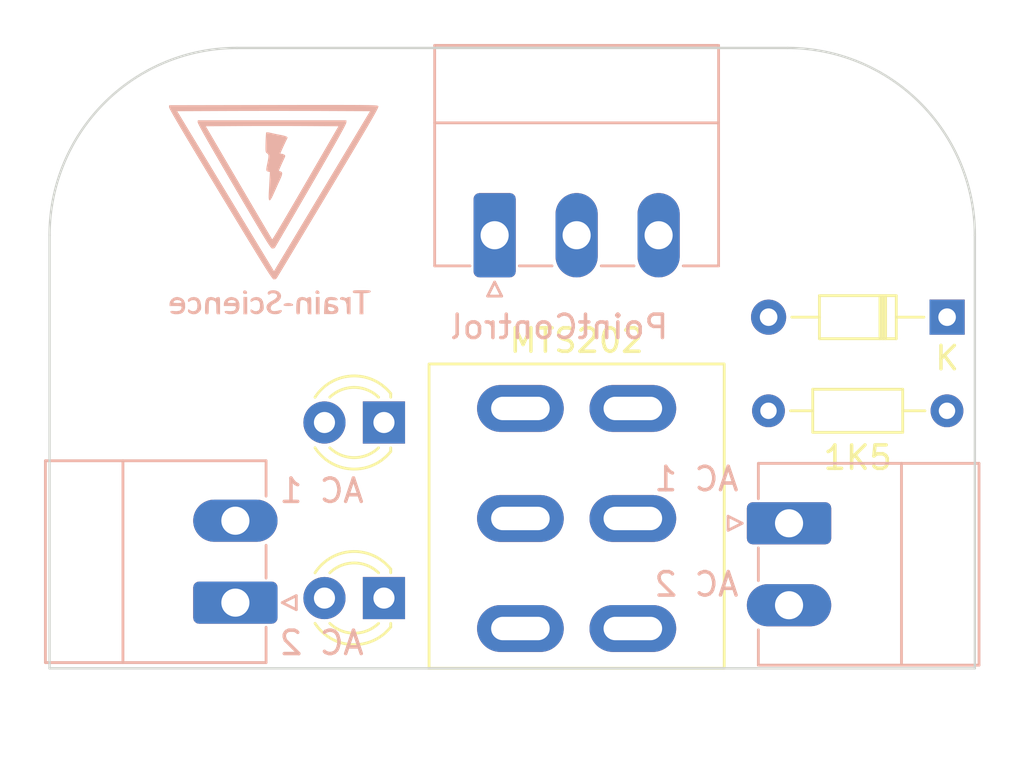
<source format=kicad_pcb>
(kicad_pcb (version 20240108) (generator "pcbnew") (generator_version "8.0")
  (layers (0 "F.Cu" signal) (31 "B.Cu" signal) (34 "B.Paste" user) (35 "F.Paste" user) (36 "B.SilkS" user "B.Silkscreen") (37 "F.SilkS" user "F.Silkscreen") (38 "B.Mask" user) (39 "F.Mask" user) (44 "Edge.Cuts" user))
  (net 0 "")
  (net 1 "/LED A")
  (net 2 "/LED B")
  (net 3 "/AC_0")
  (net 4 "Net-(D3-A)")
  (net 5 "/AC_B")
  (net 6 "Net-(J2-Pin_1)")
  (net 7 "Net-(J2-Pin_3)")
  (footprint "LED_THT:LED_D3.0mm" (layer "F.Cu") (at 150.275 89.5 180)
    (property "Reference" "D2" (hide yes))
    (property "Value" "LED")
    (fp_line (start -0.29 1.08) (end -0.29 1.236) (stroke (width 0.12)) (layer "F.SilkS"))
    (fp_line (start -0.29 -1.236) (end -0.29 -1.08) (stroke (width 0.12)) (layer "F.SilkS"))
    (fp_arc (start 2.942335 1.078608) (mid 1.366487 1.987659) (end -0.29 1.235516) (stroke (width 0.12)) (layer "F.SilkS"))
    (fp_arc (start 2.31113 1.079837) (mid 1.270117 1.5) (end 0.229039 1.08) (stroke (width 0.12)) (layer "F.SilkS"))
    (fp_arc (start 0.229039 -1.08) (mid 1.270117 -1.5) (end 2.31113 -1.079837) (stroke (width 0.12)) (layer "F.SilkS"))
    (fp_arc (start -0.29 -1.235516) (mid 1.366487 -1.987659) (end 2.942335 -1.078608) (stroke (width 0.12)) (layer "F.SilkS"))
    (pad "1" thru_hole rect (at 0 0 180) (size 1.8 1.8) (drill 0.9) (layers "*.Cu" "*.Mask") (net 2 "/LED B"))
    (pad "2" thru_hole circle (at 2.54 0 180) (size 1.8 1.8) (drill 0.9) (layers "*.Cu" "*.Mask") (net 3 "/AC_0"))
  )
  (footprint "Resistor_THT:R_Axial_DIN0204_L3.6mm_D1.6mm_P7.62mm_Horizontal" (layer "F.Cu") (at 166.69 89)
    (property "Reference" "R1" (hide yes))
    (property "Value" "1K5" (at 3.81 2 0) (layer "F.SilkS"))
    (fp_line (start 0.94 0) (end 1.89 0) (stroke (width 0.12)) (layer "F.SilkS"))
    (fp_line (start 1.89 -0.92) (end 1.89 0.92) (stroke (width 0.12)) (layer "F.SilkS"))
    (fp_line (start 1.89 0.92) (end 5.73 0.92) (stroke (width 0.12)) (layer "F.SilkS"))
    (fp_line (start 5.73 -0.92) (end 1.89 -0.92) (stroke (width 0.12)) (layer "F.SilkS"))
    (fp_line (start 5.73 0.92) (end 5.73 -0.92) (stroke (width 0.12)) (layer "F.SilkS"))
    (fp_line (start 6.68 0) (end 5.73 0) (stroke (width 0.12)) (layer "F.SilkS"))
    (pad "1" thru_hole circle (at 0 0) (size 1.4 1.4) (drill 0.7) (layers "*.Cu" "*.Mask") (net 4 "Net-(D3-A)"))
    (pad "2" thru_hole oval (at 7.62 0) (size 1.4 1.4) (drill 0.7) (layers "*.Cu" "*.Mask") (net 5 "/AC_B"))
  )
  (footprint "custom_kicad_lib_sk:MTS_DPDT" (layer "F.Cu") (at 159.1 89.6 90)
    (property "Reference" "SW1")
    (property "Value" "MTS202" (at 3.6 -0.6 0) (layer "F.SilkS"))
    (fp_rect (start -10.4 -6.9) (end 2.6 5.7) (stroke (width 0.12)) (fill none) (layer "F.SilkS"))
    (pad "1" thru_hole oval (at -8.7 -3 90) (size 2 3.7) (drill oval 1 2.5) (layers "*.Cu" "*.Mask") (net 2 "/LED B"))
    (pad "2" thru_hole oval (at -4 -3 90) (size 2 3.7) (drill oval 1 2.5) (layers "*.Cu" "*.Mask") (net 4 "Net-(D3-A)"))
    (pad "3" thru_hole oval (at 0.7 -3 90) (size 2 3.7) (drill oval 1 2.5) (layers "*.Cu" "*.Mask") (net 1 "/LED A"))
    (pad "4" thru_hole oval (at -8.7 1.8 90) (size 2 3.7) (drill oval 1 2.5) (layers "*.Cu" "*.Mask") (net 6 "Net-(J2-Pin_1)"))
    (pad "5" thru_hole oval (at -4 1.8 90) (size 2 3.7) (drill oval 1 2.5) (layers "*.Cu" "*.Mask") (net 3 "/AC_0"))
    (pad "6" thru_hole oval (at 0.7 1.8 90) (size 2 3.7) (drill oval 1 2.5) (layers "*.Cu" "*.Mask") (net 7 "Net-(J2-Pin_3)"))
  )
  (footprint "Diode_THT:D_DO-34_SOD68_P7.62mm_Horizontal" (layer "F.Cu") (at 174.315 85 180)
    (property "Reference" "D3")
    (property "Value" "D")
    (fp_line (start 6.63 0) (end 5.45 0) (stroke (width 0.12)) (layer "F.SilkS"))
    (fp_line (start 5.45 0.92) (end 5.45 -0.92) (stroke (width 0.12)) (layer "F.SilkS"))
    (fp_line (start 5.45 -0.92) (end 2.17 -0.92) (stroke (width 0.12)) (layer "F.SilkS"))
    (fp_line (start 2.866 -0.92) (end 2.866 0.92) (stroke (width 0.12)) (layer "F.SilkS"))
    (fp_line (start 2.746 -0.92) (end 2.746 0.92) (stroke (width 0.12)) (layer "F.SilkS"))
    (fp_line (start 2.626 -0.92) (end 2.626 0.92) (stroke (width 0.12)) (layer "F.SilkS"))
    (fp_line (start 2.17 0.92) (end 5.45 0.92) (stroke (width 0.12)) (layer "F.SilkS"))
    (fp_line (start 2.17 -0.92) (end 2.17 0.92) (stroke (width 0.12)) (layer "F.SilkS"))
    (fp_line (start 0.99 0) (end 2.17 0) (stroke (width 0.12)) (layer "F.SilkS"))
    (fp_text user "K" (at 0 -1.75 180) (layer "F.SilkS"))
    (pad "1" thru_hole rect (at 0 0 180) (size 1.5 1.5) (drill 0.75) (layers "*.Cu" "*.Mask") (net 3 "/AC_0"))
    (pad "2" thru_hole oval (at 7.62 0 180) (size 1.5 1.5) (drill 0.75) (layers "*.Cu" "*.Mask") (net 4 "Net-(D3-A)"))
  )
  (footprint "LED_THT:LED_D3.0mm" (layer "F.Cu") (at 150.275 97 180)
    (property "Reference" "D1" (hide yes))
    (property "Value" "LED")
    (fp_line (start -0.29 1.08) (end -0.29 1.236) (stroke (width 0.12)) (layer "F.SilkS"))
    (fp_line (start -0.29 -1.236) (end -0.29 -1.08) (stroke (width 0.12)) (layer "F.SilkS"))
    (fp_arc (start 2.942335 1.078608) (mid 1.366487 1.987659) (end -0.29 1.235516) (stroke (width 0.12)) (layer "F.SilkS"))
    (fp_arc (start 2.31113 1.079837) (mid 1.270117 1.5) (end 0.229039 1.08) (stroke (width 0.12)) (layer "F.SilkS"))
    (fp_arc (start 0.229039 -1.08) (mid 1.270117 -1.5) (end 2.31113 -1.079837) (stroke (width 0.12)) (layer "F.SilkS"))
    (fp_arc (start -0.29 -1.235516) (mid 1.366487 -1.987659) (end 2.942335 -1.078608) (stroke (width 0.12)) (layer "F.SilkS"))
    (pad "1" thru_hole rect (at 0 0 180) (size 1.8 1.8) (drill 0.9) (layers "*.Cu" "*.Mask") (net 1 "/LED A"))
    (pad "2" thru_hole circle (at 2.54 0 180) (size 1.8 1.8) (drill 0.9) (layers "*.Cu" "*.Mask") (net 3 "/AC_0"))
  )
  (footprint "Connector_Phoenix_MC:PhoenixContact_MC_1,5_2-G-3.5_1x02_P3.50mm_Horizontal" (layer "B.Cu") (at 167.5675 93.805 -90)
    (property "Reference" "J3" (hide yes))
    (property "Value" "Screw_Terminal_01x02")
    (fp_line (start -0.3 2.6) (end 0 2) (stroke (width 0.12)) (layer "B.SilkS"))
    (fp_line (start 0.3 2.6) (end -0.3 2.6) (stroke (width 0.12)) (layer "B.SilkS"))
    (fp_line (start 0 2) (end 0.3 2.6) (stroke (width 0.12)) (layer "B.SilkS"))
    (fp_line (start -1.05 1.31) (end -2.56 1.31) (stroke (width 0.12)) (layer "B.SilkS"))
    (fp_line (start 2.45 1.31) (end 1.05 1.31) (stroke (width 0.12)) (layer "B.SilkS"))
    (fp_line (start 4.55 1.31) (end 6.06 1.31) (stroke (width 0.12)) (layer "B.SilkS"))
    (fp_line (start 6.06 1.31) (end 6.06 -8.11) (stroke (width 0.12)) (layer "B.SilkS"))
    (fp_line (start 6.06 -4.8) (end -2.56 -4.8) (stroke (width 0.12)) (layer "B.SilkS"))
    (fp_line (start -2.56 -8.11) (end -2.56 1.31) (stroke (width 0.12)) (layer "B.SilkS"))
    (fp_line (start 6.06 -8.11) (end -2.56 -8.11) (stroke (width 0.12)) (layer "B.SilkS"))
    (pad "1" thru_hole roundrect (at 0 0 270) (size 1.8 3.6) (drill 1.2) (layers "*.Cu" "*.Mask") (roundrect_rratio 0.138889) (net 5 "/AC_B"))
    (pad "2" thru_hole oval (at 3.5 0 270) (size 1.8 3.6) (drill 1.2) (layers "*.Cu" "*.Mask") (net 3 "/AC_0"))
  )
  (footprint "custom_kicad_lib_sk:Train-Science logo small" (layer "B.Cu") (at 145.5 80.5 180)
    (property "Reference" "G***" (hide yes))
    (property "Value" "LOGO" (hide yes))
    (fp_poly (pts (xy 1.223321 -4.3782) (xy 1.062357 -4.3782) (xy 1.062357 -3.637769) (xy 1.223321 -3.637769)) (fill solid) (layer "B.SilkS"))
    (fp_poly (pts (xy -1.867174 -4.3782) (xy -2.028137 -4.3782) (xy -2.028137 -3.637769) (xy -1.867174 -3.637769)) (fill solid) (layer "B.SilkS"))
    (fp_poly (pts (xy 1.211443 -3.365565) (xy 1.235424 -3.397528) (xy 1.241537 -3.467248) (xy 1.192998 -3.5033) (xy 1.1387 -3.508999) (xy 1.079454 -3.497959) (xy 1.066286 -3.453786) (xy 1.068167 -3.436565) (xy 1.099438 -3.378361) (xy 1.155683 -3.352714)) (fill solid) (layer "B.SilkS"))
    (fp_poly (pts (xy -1.879051 -3.365565) (xy -1.85507 -3.397528) (xy -1.848957 -3.467248) (xy -1.897497 -3.5033) (xy -1.951794 -3.508999) (xy -2.01104 -3.497959) (xy -2.024208 -3.453786) (xy -2.022328 -3.436565) (xy -1.991057 -3.378361) (xy -1.934811 -3.352714)) (fill solid) (layer "B.SilkS"))
    (fp_poly (pts (xy -0.612737 -3.9006) (xy -0.533283 -3.922266) (xy -0.490713 -3.961014) (xy -0.488845 -3.967744) (xy -0.490951 -3.998166) (xy -0.520453 -4.01526) (xy -0.590351 -4.022672) (xy -0.689781 -4.024081) (xy -0.808268 -4.020841) (xy -0.874379 -4.009353) (xy -0.899883 -3.986965) (xy -0.901394 -3.976406) (xy -0.873403 -3.933919) (xy -0.802697 -3.906845) (xy -0.709175 -3.895599)) (fill solid) (layer "B.SilkS"))
    (fp_poly (pts (xy -3.20706 -3.649174) (xy -3.187072 -3.671095) (xy -3.167366 -3.687977) (xy -3.124803 -3.671095) (xy -3.032476 -3.639196) (xy -2.952967 -3.641074) (xy -2.904379 -3.674259) (xy -2.897338 -3.702155) (xy -2.912873 -3.749633) (xy -2.970283 -3.766013) (xy -2.992091 -3.76654) (xy -3.08017 -3.784752) (xy -3.139695 -3.843818) (xy -3.1741 -3.950385) (xy -3.18682 -4.1111) (xy -3.187072 -4.143919) (xy -3.188151 -4.264488) (xy -3.194538 -4.33444) (xy -3.210963 -4.367539) (xy -3.242154 -4.377549) (xy -3.267554 -4.3782) (xy -3.348035 -4.3782) (xy -3.348035 -3.637769) (xy -3.267554 -3.637769)) (fill solid) (layer "B.SilkS"))
    (fp_poly (pts (xy -3.669632 -3.34866) (xy -3.559722 -3.351709) (xy -3.492918 -3.358945) (xy -3.458582 -3.372129) (xy -3.446076 -3.393024) (xy -3.444613 -3.412421) (xy -3.454092 -3.452657) (xy -3.493451 -3.471683) (xy -3.579073 -3.476782) (xy -3.58948 -3.476806) (xy -3.734347 -3.476806) (xy -3.734347 -4.3782) (xy -3.89531 -4.3782) (xy -3.89531 -3.480334) (xy -4.047936 -3.470522) (xy -4.148526 -3.457408) (xy -4.198923 -3.431105) (xy -4.21126 -3.404373) (xy -4.210399 -3.380588) (xy -4.190335 -3.364589) (xy -4.140901 -3.354863) (xy -4.051928 -3.349892) (xy -3.91325 -3.348161) (xy -3.833286 -3.348036)) (fill solid) (layer "B.SilkS"))
    (fp_poly (pts (xy 3.456146 -3.654371) (xy 3.543105 -3.697368) (xy 3.592791 -3.756548) (xy 3.594178 -3.814197) (xy 3.572895 -3.852981) (xy 3.542199 -3.843557) (xy 3.513841 -3.819211) (xy 3.424501 -3.7745) (xy 3.322943 -3.773442) (xy 3.238538 -3.81626) (xy 3.237661 -3.817129) (xy 3.201357 -3.890078) (xy 3.187495 -3.994878) (xy 3.196074 -4.103032) (xy 3.227095 -4.186043) (xy 3.237661 -4.198841) (xy 3.321639 -4.242246) (xy 3.423161 -4.241772) (xy 3.512857 -4.197642) (xy 3.513841 -4.196759) (xy 3.559116 -4.162129) (xy 3.582547 -4.174932) (xy 3.594178 -4.201773) (xy 3.589623 -4.267108) (xy 3.534669 -4.324764) (xy 3.443265 -4.364981) (xy 3.341993 -4.3782) (xy 3.23693 -4.364144) (xy 3.150524 -4.312169) (xy 3.116435 -4.280323) (xy 3.06227 -4.220957) (xy 3.03476 -4.166703) (xy 3.027277 -4.094215) (xy 3.032787 -3.985733) (xy 3.063239 -3.823108) (xy 3.128926 -3.713042) (xy 3.232557 -3.652527) (xy 3.346264 -3.637769)) (fill solid) (layer "B.SilkS"))
    (fp_poly (pts (xy 0.784156 -3.654371) (xy 0.871115 -3.697368) (xy 0.920801 -3.756548) (xy 0.922188 -3.814197) (xy 0.900905 -3.852981) (xy 0.870209 -3.843557) (xy 0.841851 -3.819211) (xy 0.752511 -3.7745) (xy 0.650954 -3.773442) (xy 0.566548 -3.81626) (xy 0.565671 -3.817129) (xy 0.529974 -3.888454) (xy 0.515171 -3.998249) (xy 0.515082 -4.007985) (xy 0.527932 -4.119813) (xy 0.562192 -4.195116) (xy 0.565671 -4.198841) (xy 0.649649 -4.242246) (xy 0.751171 -4.241772) (xy 0.840868 -4.197642) (xy 0.841851 -4.196759) (xy 0.887126 -4.162129) (xy 0.910558 -4.174932) (xy 0.922188 -4.201773) (xy 0.917633 -4.267108) (xy 0.862679 -4.324764) (xy 0.771275 -4.364981) (xy 0.670003 -4.3782) (xy 0.56494 -4.364144) (xy 0.478534 -4.312169) (xy 0.444446 -4.280323) (xy 0.39028 -4.220957) (xy 0.36277 -4.166703) (xy 0.355287 -4.094215) (xy 0.360798 -3.985733) (xy 0.391249 -3.823108) (xy 0.456936 -3.713042) (xy 0.560567 -3.652527) (xy 0.674274 -3.637769)) (fill solid) (layer "B.SilkS"))
    (fp_poly (pts (xy 0.08045 -3.363771) (xy 0.163476 -3.40824) (xy 0.193154 -3.477335) (xy 0.193156 -3.477939) (xy 0.170182 -3.528914) (xy 0.121334 -3.539789) (xy 0.080482 -3.508999) (xy 0.032611 -3.483439) (xy -0.047363 -3.477888) (xy -0.130866 -3.490818) (xy -0.189325 -3.520703) (xy -0.191874 -3.52355) (xy -0.21804 -3.596183) (xy -0.180966 -3.673245) (xy -0.081544 -3.753443) (xy -0.004028 -3.796699) (xy 0.136108 -3.882305) (xy 0.216714 -3.971193) (xy 0.24249 -4.071135) (xy 0.223825 -4.173564) (xy 0.164082 -4.275535) (xy 0.095495 -4.330471) (xy -0.018443 -4.366535) (xy -0.150995 -4.376193) (xy -0.274362 -4.359597) (xy -0.346956 -4.328086) (xy -0.40363 -4.272052) (xy -0.419312 -4.22251) (xy -0.394108 -4.195068) (xy -0.346071 -4.199064) (xy -0.197064 -4.233359) (xy -0.075009 -4.242002) (xy 0.005829 -4.224264) (xy 0.015788 -4.217493) (xy 0.061853 -4.14537) (xy 0.055341 -4.062595) (xy 0.002818 -3.983964) (xy -0.089151 -3.924271) (xy -0.119083 -3.913566) (xy -0.188092 -3.877866) (xy -0.269912 -3.816568) (xy -0.288095 -3.800264) (xy -0.365715 -3.694707) (xy -0.385703 -3.587357) (xy -0.353625 -3.488715) (xy -0.27505 -3.409279) (xy -0.155545 -3.359551) (xy -0.048289 -3.348036)) (fill solid) (layer "B.SilkS"))
    (fp_poly (pts (xy -2.40532 -3.645768) (xy -2.326525 -3.67613) (xy -2.275297 -3.738404) (xy -2.245189 -3.842138) (xy -2.22975 -3.996881) (xy -2.226439 -4.069661) (xy -2.215488 -4.366149) (xy -2.45432 -4.371021) (xy -2.611055 -4.367821) (xy -2.715337 -4.349617) (xy -2.763052 -4.326932) (xy -2.817997 -4.253657) (xy -2.8318 -4.157537) (xy -2.826579 -4.141434) (xy -2.663371 -4.141434) (xy -2.661178 -4.198977) (xy -2.617211 -4.235887) (xy -2.541587 -4.248708) (xy -2.462907 -4.236034) (xy -2.420887 -4.210799) (xy -2.387663 -4.147033) (xy -2.382256 -4.110009) (xy -2.391113 -4.070273) (xy -2.429399 -4.05887) (xy -2.5002 -4.066989) (xy -2.611613 -4.096669) (xy -2.663371 -4.141434) (xy -2.826579 -4.141434) (xy -2.80241 -4.066887) (xy -2.783578 -4.04369) (xy -2.714915 -4.000608) (xy -2.611053 -3.960717) (xy -2.500848 -3.933723) (xy -2.438593 -3.927683) (xy -2.39073 -3.905832) (xy -2.389171 -3.848663) (xy -2.411779 -3.801951) (xy -2.44845 -3.775964) (xy -2.522247 -3.768689) (xy -2.620538 -3.77548) (xy -2.726931 -3.782973) (xy -2.782746 -3.776184) (xy -2.800575 -3.753278) (xy -2.80076 -3.74925) (xy -2.770723 -3.693209) (xy -2.685633 -3.655257) (xy -2.553023 -3.638364) (xy -2.518132 -3.637769)) (fill solid) (layer "B.SilkS"))
    (fp_poly (pts (xy 4.191957 -3.665419) (xy 4.293411 -3.737669) (xy 4.360573 -3.838471) (xy 4.3782 -3.925027) (xy 4.3782 -4.024081) (xy 4.120659 -4.024081) (xy 3.992123 -4.025517) (xy 3.915069 -4.031892) (xy 3.876617 -4.046313) (xy 3.86389 -4.071882) (xy 3.863118 -4.086167) (xy 3.886785 -4.17496) (xy 3.959423 -4.227168) (xy 4.083491 -4.244072) (xy 4.15906 -4.240295) (xy 4.267524 -4.233706) (xy 4.325375 -4.2403) (xy 4.345405 -4.262067) (xy 4.346008 -4.269376) (xy 4.317527 -4.321331) (xy 4.243324 -4.357024) (xy 4.140255 -4.375338) (xy 4.025174 -4.375154) (xy 3.91494 -4.355354) (xy 3.826407 -4.31482) (xy 3.813457 -4.304705) (xy 3.748327 -4.223779) (xy 3.71501 -4.110586) (xy 3.710957 -4.07989) (xy 3.714938 -3.908) (xy 3.730244 -3.869557) (xy 3.863118 -3.869557) (xy 3.892233 -3.883662) (xy 3.967337 -3.893017) (xy 4.040178 -3.895311) (xy 4.137154 -3.891076) (xy 4.201466 -3.880152) (xy 4.217237 -3.869557) (xy 4.188421 -3.814477) (xy 4.114915 -3.776712) (xy 4.040178 -3.76654) (xy 3.945509 -3.783306) (xy 3.880602 -3.826073) (xy 3.863118 -3.869557) (xy 3.730244 -3.869557) (xy 3.767799 -3.775233) (xy 3.866587 -3.685192) (xy 4.008349 -3.641482) (xy 4.073248 -3.637769)) (fill solid) (layer "B.SilkS"))
    (fp_poly (pts (xy 2.715567 -3.652213) (xy 2.788671 -3.700519) (xy 2.835175 -3.79015) (xy 2.859236 -3.928568) (xy 2.865146 -4.092808) (xy 2.86448 -4.228722) (xy 2.860137 -4.312734) (xy 2.848595 -4.357328) (xy 2.826334 -4.374987) (xy 2.789834 -4.378194) (xy 2.784664 -4.3782) (xy 2.744587 -4.375415) (xy 2.72067 -4.358257) (xy 2.708742 -4.313522) (xy 2.704637 -4.228007) (xy 2.704183 -4.123292) (xy 2.70181 -3.995739) (xy 2.69553 -3.889366) (xy 2.686599 -3.82384) (xy 2.684642 -3.817462) (xy 2.638586 -3.775444) (xy 2.56069 -3.771399) (xy 2.471162 -3.805399) (xy 2.453804 -3.816654) (xy 2.417528 -3.84892) (xy 2.396019 -3.893461) (xy 2.385541 -3.966262) (xy 2.382352 -4.083304) (xy 2.382256 -4.122485) (xy 2.381383 -4.249664) (xy 2.375999 -4.325642) (xy 2.361955 -4.363601) (xy 2.335101 -4.376724) (xy 2.301774 -4.3782) (xy 2.221293 -4.3782) (xy 2.221293 -4.007985) (xy 2.22168 -3.849262) (xy 2.224378 -3.743962) (xy 2.231689 -3.681124) (xy 2.245918 -3.649787) (xy 2.269368 -3.638988) (xy 2.299092 -3.637769) (xy 2.364561 -3.652507) (xy 2.391646 -3.67801) (xy 2.413142 -3.702107) (xy 2.449056 -3.67801) (xy 2.508105 -3.651219) (xy 2.597263 -3.63805) (xy 2.611707 -3.637769)) (fill solid) (layer "B.SilkS"))
    (fp_poly (pts (xy 1.874086 -3.665419) (xy 1.97554 -3.737669) (xy 2.042702 -3.838471) (xy 2.06033 -3.925027) (xy 2.06033 -4.024081) (xy 1.802788 -4.024081) (xy 1.674253 -4.025517) (xy 1.597198 -4.031892) (xy 1.558746 -4.046313) (xy 1.54602 -4.071882) (xy 1.545247 -4.086167) (xy 1.568914 -4.17496) (xy 1.641552 -4.227168) (xy 1.76562 -4.244072) (xy 1.841189 -4.240295) (xy 1.949653 -4.233706) (xy 2.007504 -4.2403) (xy 2.027535 -4.262067) (xy 2.028137 -4.269376) (xy 1.999657 -4.321331) (xy 1.925454 -4.357024) (xy 1.822384 -4.375338) (xy 1.707304 -4.375154) (xy 1.597069 -4.355354) (xy 1.508536 -4.31482) (xy 1.495586 -4.304705) (xy 1.430456 -4.223779) (xy 1.397139 -4.110586) (xy 1.393087 -4.07989) (xy 1.397067 -3.908) (xy 1.412373 -3.869557) (xy 1.545247 -3.869557) (xy 1.574363 -3.883662) (xy 1.649466 -3.893017) (xy 1.722307 -3.895311) (xy 1.819283 -3.891076) (xy 1.883595 -3.880152) (xy 1.899366 -3.869557) (xy 1.87055 -3.814477) (xy 1.797044 -3.776712) (xy 1.722307 -3.76654) (xy 1.627639 -3.783306) (xy 1.562731 -3.826073) (xy 1.545247 -3.869557) (xy 1.412373 -3.869557) (xy 1.449928 -3.775233) (xy 1.548716 -3.685192) (xy 1.690478 -3.641482) (xy 1.755377 -3.637769)) (fill solid) (layer "B.SilkS"))
    (fp_poly (pts (xy -1.179743 -3.652213) (xy -1.106639 -3.700519) (xy -1.060135 -3.79015) (xy -1.036075 -3.928568) (xy -1.030165 -4.092808) (xy -1.03083 -4.228722) (xy -1.035174 -4.312734) (xy -1.046716 -4.357328) (xy -1.068976 -4.374987) (xy -1.105476 -4.378194) (xy -1.110646 -4.3782) (xy -1.150723 -4.375415) (xy -1.174641 -4.358257) (xy -1.186568 -4.313522) (xy -1.190674 -4.228007) (xy -1.191128 -4.123292) (xy -1.193501 -3.995739) (xy -1.199781 -3.889366) (xy -1.208712 -3.82384) (xy -1.210669 -3.817462) (xy -1.256725 -3.775444) (xy -1.33462 -3.771399) (xy -1.424149 -3.805399) (xy -1.441506 -3.816654) (xy -1.477783 -3.84892) (xy -1.499291 -3.893461) (xy -1.50977 -3.966262) (xy -1.512958 -4.083304) (xy -1.513054 -4.122485) (xy -1.513927 -4.249664) (xy -1.519311 -4.325642) (xy -1.533355 -4.363601) (xy -1.560209 -4.376724) (xy -1.593536 -4.3782) (xy -1.674018 -4.3782) (xy -1.674018 -4.007985) (xy -1.67363 -3.849262) (xy -1.670933 -3.743962) (xy -1.663621 -3.681124) (xy -1.649392 -3.649787) (xy -1.625943 -3.638988) (xy -1.596219 -3.637769) (xy -1.53075 -3.652507) (xy -1.503665 -3.67801) (xy -1.482168 -3.702107) (xy -1.446255 -3.67801) (xy -1.387205 -3.651219) (xy -1.298048 -3.63805) (xy -1.283604 -3.637769)) (fill solid) (layer "B.SilkS"))
    (fp_poly (pts (xy 0.250482 3.398018) (xy 0.258312 3.360431) (xy 0.266207 3.271171) (xy 0.273323 3.142944) (xy 0.278815 2.988455) (xy 0.279494 2.961822) (xy 0.283147 2.79102) (xy 0.28333 2.672993) (xy 0.27842 2.596159) (xy 0.266793 2.548934) (xy 0.246824 2.519735) (xy 0.216889 2.496979) (xy 0.214047 2.495112) (xy 0.177374 2.463714) (xy 0.157846 2.420729) (xy 0.155167 2.353836) (xy 0.169042 2.250716) (xy 0.199173 2.099046) (xy 0.20399 2.076426) (xy 0.234196 1.927607) (xy 0.248081 1.829473) (xy 0.244797 1.770209) (xy 0.223496 1.738003) (xy 0.183328 1.721039) (xy 0.178383 1.719762) (xy 0.093995 1.698582) (xy 0.113104 1.340229) (xy 0.122361 1.168329) (xy 0.13182 0.9955) (xy 0.140114 0.846597) (xy 0.144094 0.776804) (xy 0.147732 0.616402) (xy 0.136399 0.518612) (xy 0.110043 0.48341) (xy 0.068612 0.510774) (xy 0.012053 0.600683) (xy -0.036281 0.70019) (xy -0.094889 0.829583) (xy -0.151819 0.955614) (xy -0.192615 1.046261) (xy -0.235959 1.142058) (xy -0.293724 1.268625) (xy -0.352412 1.396402) (xy -0.410483 1.535855) (xy -0.432862 1.630868) (xy -0.419591 1.690556) (xy -0.370712 1.724039) (xy -0.353957 1.729118) (xy -0.302087 1.746117) (xy -0.289734 1.754248) (xy -0.301976 1.787815) (xy -0.333966 1.863803) (xy -0.378601 1.966115) (xy -0.428778 2.078653) (xy -0.477393 2.185319) (xy -0.517132 2.269582) (xy -0.553917 2.350924) (xy -0.561542 2.396199) (xy -0.540994 2.426228) (xy -0.525165 2.438593) (xy -0.452176 2.472508) (xy -0.412351 2.478834) (xy -0.36338 2.484926) (xy -0.354119 2.492061) (xy -0.366789 2.526986) (xy -0.400137 2.60474) (xy -0.447168 2.710013) (xy -0.500888 2.827498) (xy -0.554304 2.941887) (xy -0.600421 3.037873) (xy -0.630486 3.096942) (xy -0.659596 3.160107) (xy -0.65177 3.193594) (xy -0.620583 3.213855) (xy -0.53333 3.246777) (xy -0.395236 3.27925) (xy -0.273637 3.301207) (xy -0.190498 3.31751) (xy -0.07335 3.34338) (xy 0.027233 3.367139) (xy 0.134416 3.389945) (xy 0.215087 3.40089)) (fill solid) (layer "B.SilkS"))
    (fp_poly (pts (xy 3.179239 3.830925) (xy 3.169077 3.796052) (xy 3.134748 3.721875) (xy 3.075339 3.60678) (xy 2.989941 3.449155) (xy 2.877641 3.24739) (xy 2.737526 2.999872) (xy 2.568687 2.704989) (xy 2.370211 2.361128) (xy 2.141187 1.966679) (xy 1.880703 1.52003) (xy 1.631778 1.09455) (xy 1.368647 0.645596) (xy 1.135907 0.249143) (xy 0.93161 -0.097982) (xy 0.753807 -0.398953) (xy 0.60055 -0.656942) (xy 0.469891 -0.875124) (xy 0.359881 -1.05667) (xy 0.268572 -1.204755) (xy 0.194014 -1.322552) (xy 0.134261 -1.413233) (xy 0.087362 -1.479973) (xy 0.051371 -1.525943) (xy 0.024337 -1.554318) (xy 0.004314 -1.568271) (xy -0.004969 -1.571019) (xy -0.078828 -1.563333) (xy -0.118283 -1.538827) (xy -0.138767 -1.505458) (xy -0.189191 -1.420294) (xy -0.267262 -1.287274) (xy -0.370688 -1.110339) (xy -0.497173 -0.893428) (xy -0.644426 -0.640482) (xy -0.810153 -0.355441) (xy -0.99206 -0.042244) (xy -1.187855 0.295169) (xy -1.395243 0.652857) (xy -1.611932 1.02688) (xy -1.660439 1.110646) (xy -1.943382 1.600038) (xy -2.194371 2.035755) (xy -2.414343 2.419476) (xy -2.604234 2.752877) (xy -2.764981 3.037634) (xy -2.89752 3.275425) (xy -3.002787 3.467927) (xy -3.081719 3.616816) (xy -3.100264 3.653866) (xy -2.831057 3.653866) (xy -1.427803 1.229825) (xy -1.217976 0.867944) (xy -1.017222 0.522838) (xy -0.827885 0.198474) (xy -0.652308 -0.101185) (xy -0.492836 -0.372174) (xy -0.351814 -0.61053) (xy -0.231586 -0.812287) (xy -0.134496 -0.973481) (xy -0.062889 -1.090149) (xy -0.019109 -1.158326) (xy -0.005551 -1.175218) (xy 0.013203 -1.145197) (xy 0.062076 -1.063637) (xy 0.138687 -0.934577) (xy 0.240658 -0.762061) (xy 0.365609 -0.55013) (xy 0.511161 -0.302826) (xy 0.674935 -0.02419) (xy 0.854552 0.281735) (xy 1.047632 0.610908) (xy 1.251797 0.959287) (xy 1.421346 1.248823) (xy 2.829247 3.653866) (xy 1.414623 3.662249) (xy 1.04211 3.663984) (xy 0.624153 3.665121) (xy 0.179691 3.665659) (xy -0.272337 3.665598) (xy -0.712992 3.664938) (xy -1.123334 3.663678) (xy -1.415529 3.662249) (xy -2.831057 3.653866) (xy -3.100264 3.653866) (xy -3.135253 3.723769) (xy -3.164325 3.790463) (xy -3.17064 3.814829) (xy -3.170976 3.911407) (xy 3.170976 3.911407)) (fill solid) (layer "B.SilkS"))
    (fp_poly (pts (xy -2.177236 4.566716) (xy -1.724771 4.566214) (xy -1.217326 4.565463) (xy -0.651718 4.564501) (xy -0.055144 4.563421) (xy 4.394297 4.55526) (xy 4.402412 4.474778) (xy 4.392766 4.444092) (xy 4.360546 4.377472) (xy 4.304831 4.273357) (xy 4.224701 4.130187) (xy 4.119236 3.9464) (xy 3.987517 3.720436) (xy 3.828623 3.450735) (xy 3.641634 3.135735) (xy 3.425631 2.773875) (xy 3.179692 2.363596) (xy 2.902899 1.903335) (xy 2.594331 1.391532) (xy 2.253068 0.826627) (xy 2.210681 0.756527) (xy 1.892208 0.230049) (xy 1.605234 -0.243951) (xy 1.348069 -0.66817) (xy 1.119028 -1.045302) (xy 0.916421 -1.378044) (xy 0.738561 -1.669091) (xy 0.583761 -1.921141) (xy 0.450332 -2.136888) (xy 0.336586 -2.319029) (xy 0.240836 -2.470259) (xy 0.161394 -2.593274) (xy 0.096573 -2.690771) (xy 0.044683 -2.765444) (xy 0.004038 -2.819991) (xy -0.02705 -2.857107) (xy -0.05027 -2.879488) (xy -0.067308 -2.88983) (xy -0.073048 -2.891234) (xy -0.156237 -2.877194) (xy -0.204854 -2.826849) (xy -0.227047 -2.790521) (xy -0.280348 -2.702298) (xy -0.362758 -2.565508) (xy -0.47228 -2.383476) (xy -0.606914 -2.159531) (xy -0.764662 -1.897) (xy -0.943527 -1.599208) (xy -1.141509 -1.269484) (xy -1.356611 -0.911155) (xy -1.586834 -0.527547) (xy -1.830181 -0.121988) (xy -2.084652 0.302196) (xy -2.348249 0.741676) (xy -2.411808 0.847656) (xy -2.72913 1.377004) (xy -3.014693 1.853894) (xy -3.270035 2.280976) (xy -3.496692 2.660897) (xy -3.696204 2.996307) (xy -3.870107 3.289854) (xy -4.01994 3.544188) (xy -4.147239 3.761957) (xy -4.253544 3.94581) (xy -4.340391 4.098397) (xy -4.409319 4.222366) (xy -4.449721 4.297718) (xy -4.178624 4.297718) (xy -0.08088 -2.532058) (xy 0.192957 -2.079549) (xy 0.247331 -1.989669) (xy 0.332405 -1.84901) (xy 0.445566 -1.661887) (xy 0.584205 -1.43262) (xy 0.74571 -1.165527) (xy 0.92747 -0.864926) (xy 1.126875 -0.535135) (xy 1.341313 -0.180472) (xy 1.568173 0.194744) (xy 1.804844 0.586196) (xy 2.048716 0.989564) (xy 2.257763 1.33534) (xy 4.048733 4.297718) (xy 1.992174 4.306003) (xy 1.548356 4.307468) (xy 1.05587 4.308526) (xy 0.530432 4.309176) (xy -0.012241 4.309419) (xy -0.556433 4.309254) (xy -1.086428 4.308682) (xy -1.58651 4.307702) (xy -2.040962 4.306315) (xy -2.121505 4.306003) (xy -4.178624 4.297718) (xy -4.449721 4.297718) (xy -4.461864 4.320365) (xy -4.499566 4.395045) (xy -4.523961 4.449053) (xy -4.536588 4.485039) (xy -4.538984 4.505651) (xy -4.537712 4.509683) (xy -4.531875 4.518362) (xy -4.522005 4.526181) (xy -4.504918 4.533179) (xy -4.47743 4.539392) (xy -4.436357 4.54486) (xy -4.378514 4.549621) (xy -4.300717 4.553712) (xy -4.199782 4.557172) (xy -4.072525 4.560039) (xy -3.915762 4.562352) (xy -3.726308 4.564148) (xy -3.50098 4.565466) (xy -3.236592 4.566343) (xy -2.929962 4.566818) (xy -2.577905 4.56693)) (fill solid) (layer "B.SilkS"))
  )
  (footprint "Connector_Phoenix_MC:PhoenixContact_MC_1,5_2-G-3.5_1x02_P3.50mm_Horizontal" (layer "B.Cu") (at 143.9325 97.195 90)
    (property "Reference" "J1" (hide yes))
    (property "Value" "Screw_Terminal_01x02")
    (fp_line (start 6.06 -8.11) (end -2.56 -8.11) (stroke (width 0.12)) (layer "B.SilkS"))
    (fp_line (start -2.56 -8.11) (end -2.56 1.31) (stroke (width 0.12)) (layer "B.SilkS"))
    (fp_line (start 6.06 -4.8) (end -2.56 -4.8) (stroke (width 0.12)) (layer "B.SilkS"))
    (fp_line (start 6.06 1.31) (end 6.06 -8.11) (stroke (width 0.12)) (layer "B.SilkS"))
    (fp_line (start 4.55 1.31) (end 6.06 1.31) (stroke (width 0.12)) (layer "B.SilkS"))
    (fp_line (start 2.45 1.31) (end 1.05 1.31) (stroke (width 0.12)) (layer "B.SilkS"))
    (fp_line (start -1.05 1.31) (end -2.56 1.31) (stroke (width 0.12)) (layer "B.SilkS"))
    (fp_line (start 0 2) (end 0.3 2.6) (stroke (width 0.12)) (layer "B.SilkS"))
    (fp_line (start 0.3 2.6) (end -0.3 2.6) (stroke (width 0.12)) (layer "B.SilkS"))
    (fp_line (start -0.3 2.6) (end 0 2) (stroke (width 0.12)) (layer "B.SilkS"))
    (pad "1" thru_hole roundrect (at 0 0 90) (size 1.8 3.6) (drill 1.2) (layers "*.Cu" "*.Mask") (roundrect_rratio 0.138889) (net 3 "/AC_0"))
    (pad "2" thru_hole oval (at 3.5 0 90) (size 1.8 3.6) (drill 1.2) (layers "*.Cu" "*.Mask") (net 5 "/AC_B"))
  )
  (footprint "Connector_Phoenix_MC:PhoenixContact_MC_1,5_3-G-3.5_1x03_P3.50mm_Horizontal" (layer "B.Cu") (at 155 81.5)
    (property "Reference" "J2" (hide yes))
    (property "Value" "Screw_Terminal_01x03")
    (fp_line (start -2.56 -8.11) (end -2.56 1.31) (stroke (width 0.12)) (layer "B.SilkS"))
    (fp_line (start -1.05 1.31) (end -2.56 1.31) (stroke (width 0.12)) (layer "B.SilkS"))
    (fp_line (start -0.3 2.6) (end 0 2) (stroke (width 0.12)) (layer "B.SilkS"))
    (fp_line (start 0 2) (end 0.3 2.6) (stroke (width 0.12)) (layer "B.SilkS"))
    (fp_line (start 0.3 2.6) (end -0.3 2.6) (stroke (width 0.12)) (layer "B.SilkS"))
    (fp_line (start 2.45 1.31) (end 1.05 1.31) (stroke (width 0.12)) (layer "B.SilkS"))
    (fp_line (start 5.95 1.31) (end 4.55 1.31) (stroke (width 0.12)) (layer "B.SilkS"))
    (fp_line (start 8.05 1.31) (end 9.56 1.31) (stroke (width 0.12)) (layer "B.SilkS"))
    (fp_line (start 9.56 -8.11) (end -2.56 -8.11) (stroke (width 0.12)) (layer "B.SilkS"))
    (fp_line (start 9.56 -4.8) (end -2.56 -4.8) (stroke (width 0.12)) (layer "B.SilkS"))
    (fp_line (start 9.56 1.31) (end 9.56 -8.11) (stroke (width 0.12)) (layer "B.SilkS"))
    (pad "1" thru_hole roundrect (at 0 0) (size 1.8 3.6) (drill 1.2) (layers "*.Cu" "*.Mask") (roundrect_rratio 0.138889) (net 6 "Net-(J2-Pin_1)"))
    (pad "2" thru_hole oval (at 3.5 0) (size 1.8 3.6) (drill 1.2) (layers "*.Cu" "*.Mask") (net 5 "/AC_B"))
    (pad "3" thru_hole oval (at 7 0) (size 1.8 3.6) (drill 1.2) (layers "*.Cu" "*.Mask") (net 7 "Net-(J2-Pin_3)"))
  )
  (gr_arc (start 167.5 73.5) (mid 173.156854 75.843146) (end 175.5 81.5) (stroke (width 0.1)) (layer "Edge.Cuts"))
  (gr_arc (start 136 81.5) (mid 138.343146 75.843146) (end 144 73.5) (stroke (width 0.1)) (layer "Edge.Cuts"))
  (gr_line (start 136 100) (end 136 81.5) (stroke (width 0.1)) (layer "Edge.Cuts"))
  (gr_line (start 175.5 100) (end 136 100) (stroke (width 0.1)) (layer "Edge.Cuts"))
  (gr_line (start 144 73.5) (end 167.5 73.5) (stroke (width 0.1)) (layer "Edge.Cuts"))
  (gr_line (start 175.5 81.5) (end 175.5 100) (stroke (width 0.1)) (layer "Edge.Cuts"))
  (gr_text "PointControl" (at 162.5 86 0) (layer "B.SilkS") (effects (font (size 1 1)) (justify left bottom mirror)))
  (gr_text "AC 1" (at 165.5 92.5 0) (layer "B.SilkS") (effects (font (size 1 1)) (justify left bottom mirror)))
  (gr_text "AC 1" (at 149.5 93 0) (layer "B.SilkS") (effects (font (size 1 1)) (justify left bottom mirror)))
  (gr_text "AC 2" (at 165.5 97 0) (layer "B.SilkS") (effects (font (size 1 1)) (justify left bottom mirror)))
  (gr_text "AC 2" (at 149.5 99.5 0) (layer "B.SilkS") (effects (font (size 1 1)) (justify left bottom mirror)))
)
</source>
